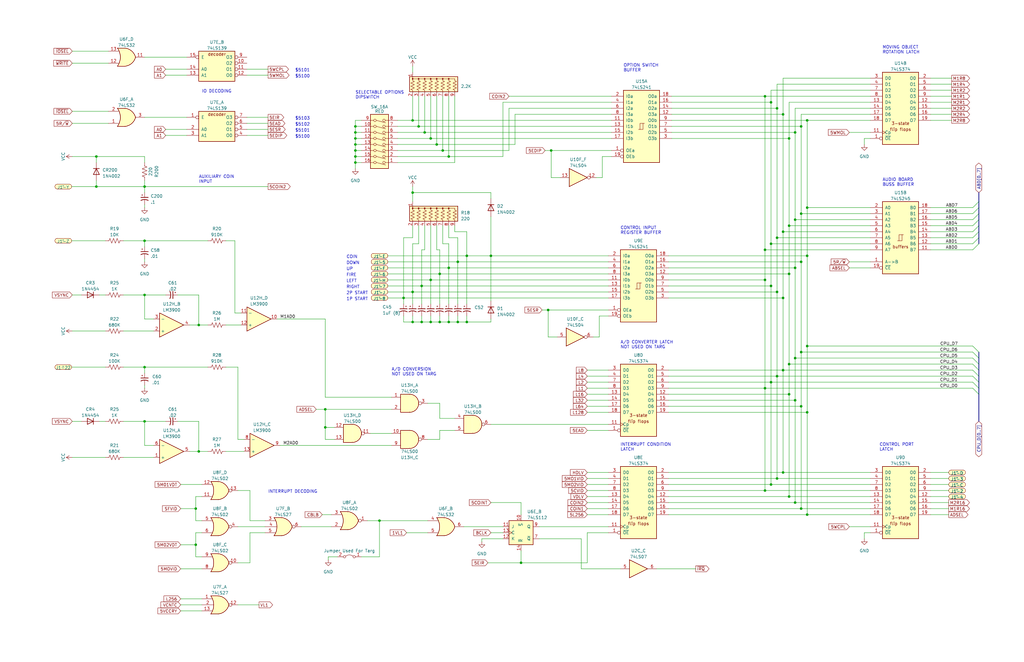
<source format=kicad_sch>
(kicad_sch (version 20231120) (generator "eeschema") (generator_version "8.0")
  (paper "B")
  (title_block (title "Exidy Universal Game Board II") (company "Anton Gale") (comment 1 "6502 GAME LOGIC PCB") (comment 4 "I/O PORTS"))
  (junction (at 60.96 177.8))
  (junction (at 335.28 212.09))
  (junction (at 330.2 48.26))
  (junction (at 322.58 40.64))
  (junction (at 196.85 107.95))
  (junction (at 340.36 107.95))
  (junction (at 330.2 97.79))
  (junction (at 189.23 66.04))
  (junction (at 340.36 173.99))
  (junction (at 179.07 55.88))
  (junction (at 149.86 68.58))
  (junction (at 330.2 125.73))
  (junction (at 325.12 43.18))
  (junction (at 181.61 58.42))
  (junction (at 340.36 50.8))
  (junction (at 232.41 63.5))
  (junction (at 219.71 237.49))
  (junction (at 340.36 217.17))
  (junction (at 60.96 154.94))
  (junction (at 177.8 135.89))
  (junction (at 340.36 146.05))
  (junction (at 60.96 124.46))
  (junction (at 189.23 113.03))
  (junction (at 177.8 120.65))
  (junction (at 332.74 115.57))
  (junction (at 332.74 153.67))
  (junction (at 327.66 123.19))
  (junction (at 330.2 199.39))
  (junction (at 149.86 63.5))
  (junction (at 337.82 148.59))
  (junction (at 60.96 101.6))
  (junction (at 82.55 229.87))
  (junction (at 335.28 55.88))
  (junction (at 186.69 63.5))
  (junction (at 137.16 172.72))
  (junction (at 335.28 168.91))
  (junction (at 40.64 78.74))
  (junction (at 332.74 95.25))
  (junction (at 322.58 118.11))
  (junction (at 327.66 45.72))
  (junction (at 325.12 204.47))
  (junction (at 170.18 125.73))
  (junction (at 176.53 53.34))
  (junction (at 332.74 58.42))
  (junction (at 196.85 135.89))
  (junction (at 173.99 135.89))
  (junction (at 149.86 60.96))
  (junction (at 337.82 90.17))
  (junction (at 82.55 214.63))
  (junction (at 137.16 180.34))
  (junction (at 330.2 156.21))
  (junction (at 83.82 190.5))
  (junction (at 327.66 201.93))
  (junction (at 337.82 171.45))
  (junction (at 173.99 81.28))
  (junction (at 185.42 115.57))
  (junction (at 335.28 151.13))
  (junction (at 335.28 113.03))
  (junction (at 207.01 107.95))
  (junction (at 322.58 207.01))
  (junction (at 335.28 92.71))
  (junction (at 149.86 58.42))
  (junction (at 332.74 166.37))
  (junction (at 332.74 209.55))
  (junction (at 173.99 123.19))
  (junction (at 327.66 158.75))
  (junction (at 322.58 163.83))
  (junction (at 193.04 110.49))
  (junction (at 160.02 219.71))
  (junction (at 322.58 105.41))
  (junction (at 325.12 161.29))
  (junction (at 193.04 135.89))
  (junction (at 149.86 53.34))
  (junction (at 325.12 102.87))
  (junction (at 337.82 53.34))
  (junction (at 337.82 214.63))
  (junction (at 327.66 100.33))
  (junction (at 325.12 120.65))
  (junction (at 337.82 110.49))
  (junction (at 40.64 66.04))
  (junction (at 60.96 78.74))
  (junction (at 231.14 130.81))
  (junction (at 181.61 135.89))
  (junction (at 181.61 118.11))
  (junction (at 184.15 60.96))
  (junction (at 83.82 137.16))
  (junction (at 149.86 55.88))
  (junction (at 173.99 50.8))
  (junction (at 185.42 135.89))
  (junction (at 189.23 135.89))
  (junction (at 340.36 87.63))
  (junction (at 149.86 66.04))
  (bus_entry (at 412.75 95.25) (size -2.54 2.54))
  (bus_entry (at 412.75 100.33) (size -2.54 2.54))
  (bus_entry (at 412.75 151.13) (size -2.54 -2.54))
  (bus_entry (at 412.75 158.75) (size -2.54 -2.54))
  (bus_entry (at 412.75 153.67) (size -2.54 -2.54))
  (bus_entry (at 412.75 87.63) (size -2.54 2.54))
  (bus_entry (at 412.75 85.09) (size -2.54 2.54))
  (bus_entry (at 412.75 92.71) (size -2.54 2.54))
  (bus_entry (at 412.75 97.79) (size -2.54 2.54))
  (bus_entry (at 412.75 90.17) (size -2.54 2.54))
  (bus_entry (at 412.75 102.87) (size -2.54 2.54))
  (bus_entry (at 412.75 163.83) (size -2.54 -2.54))
  (bus_entry (at 412.75 161.29) (size -2.54 -2.54))
  (bus_entry (at 412.75 156.21) (size -2.54 -2.54))
  (bus_entry (at 412.75 148.59) (size -2.54 -2.54))
  (bus_entry (at 412.75 166.37) (size -2.54 -2.54))
  (wire (pts (xy 189.23 102.87) (xy 189.23 113.03)))
  (wire (pts (xy 330.2 33.02) (xy 330.2 48.26)))
  (wire (pts (xy 52.07 177.8) (xy 60.96 177.8)))
  (wire (pts (xy 228.6 130.81) (xy 231.14 130.81)))
  (wire (pts (xy 100.33 237.49) (xy 105.41 237.49)))
  (wire (pts (xy 30.48 66.04) (xy 40.64 66.04)))
  (wire (pts (xy 137.16 180.34) (xy 137.16 172.72)))
  (bus (pts (xy 412.75 177.8) (xy 412.75 166.37)))
  (wire (pts (xy 207.01 134.62) (xy 207.01 135.89)))
  (wire (pts (xy 160.02 219.71) (xy 180.34 219.71)))
  (wire (pts (xy 340.36 146.05) (xy 340.36 173.99)))
  (wire (pts (xy 281.94 209.55) (xy 332.74 209.55)))
  (wire (pts (xy 207.01 107.95) (xy 256.54 107.95)))
  (wire (pts (xy 82.55 219.71) (xy 82.55 214.63)))
  (wire (pts (xy 322.58 207.01) (xy 367.03 207.01)))
  (wire (pts (xy 281.94 166.37) (xy 332.74 166.37)))
  (wire (pts (xy 247.65 158.75) (xy 256.54 158.75)))
  (wire (pts (xy 82.55 229.87) (xy 82.55 234.95)))
  (wire (pts (xy 163.576 125.73) (xy 170.18 125.73)))
  (wire (pts (xy 392.43 48.26) (xy 401.32 48.26)))
  (wire (pts (xy 327.66 45.72) (xy 327.66 100.33)))
  (wire (pts (xy 30.48 46.99) (xy 45.72 46.99)))
  (wire (pts (xy 167.64 50.8) (xy 173.99 50.8)))
  (wire (pts (xy 127 222.25) (xy 139.7 222.25)))
  (wire (pts (xy 52.07 193.04) (xy 64.77 193.04)))
  (wire (pts (xy 400.05 207.01) (xy 392.43 207.01)))
  (wire (pts (xy 337.82 90.17) (xy 337.82 110.49)))
  (wire (pts (xy 325.12 43.18) (xy 325.12 102.87)))
  (wire (pts (xy 173.99 27.94) (xy 173.99 30.48)))
  (wire (pts (xy 332.74 95.25) (xy 367.03 95.25)))
  (wire (pts (xy 189.23 113.03) (xy 189.23 128.27)))
  (wire (pts (xy 322.58 40.64) (xy 322.58 105.41)))
  (wire (pts (xy 179.07 105.41) (xy 177.8 105.41)))
  (bus (pts (xy 412.75 161.29) (xy 412.75 158.75)))
  (wire (pts (xy 109.22 255.27) (xy 100.33 255.27)))
  (bus (pts (xy 412.75 90.17) (xy 412.75 92.71)))
  (wire (pts (xy 364.49 58.42) (xy 364.49 60.96)))
  (wire (pts (xy 250.19 142.24) (xy 252.73 142.24)))
  (wire (pts (xy 177.8 135.89) (xy 181.61 135.89)))
  (wire (pts (xy 219.71 217.17) (xy 219.71 212.09)))
  (wire (pts (xy 149.86 68.58) (xy 152.4 68.58)))
  (wire (pts (xy 83.82 190.5) (xy 83.82 177.8)))
  (wire (pts (xy 330.2 199.39) (xy 367.03 199.39)))
  (wire (pts (xy 181.61 135.89) (xy 185.42 135.89)))
  (wire (pts (xy 60.96 162.56) (xy 60.96 163.83)))
  (wire (pts (xy 196.85 107.95) (xy 207.01 107.95)))
  (bus (pts (xy 412.75 92.71) (xy 412.75 95.25)))
  (wire (pts (xy 335.28 168.91) (xy 335.28 212.09)))
  (wire (pts (xy 104.14 52.07) (xy 113.03 52.07)))
  (wire (pts (xy 185.42 176.53) (xy 185.42 170.18)))
  (wire (pts (xy 138.43 234.95) (xy 138.43 236.22)))
  (wire (pts (xy 247.65 224.79) (xy 256.54 224.79)))
  (wire (pts (xy 185.42 115.57) (xy 256.54 115.57)))
  (wire (pts (xy 252.73 133.35) (xy 256.54 133.35)))
  (wire (pts (xy 283.21 55.88) (xy 335.28 55.88)))
  (wire (pts (xy 281.94 161.29) (xy 325.12 161.29)))
  (wire (pts (xy 281.94 158.75) (xy 327.66 158.75)))
  (wire (pts (xy 337.82 48.26) (xy 367.03 48.26)))
  (wire (pts (xy 83.82 137.16) (xy 83.82 124.46)))
  (wire (pts (xy 60.96 124.46) (xy 69.85 124.46)))
  (wire (pts (xy 60.96 86.36) (xy 60.96 87.63)))
  (wire (pts (xy 149.86 50.8) (xy 149.86 53.34)))
  (wire (pts (xy 193.04 135.89) (xy 196.85 135.89)))
  (wire (pts (xy 82.55 224.79) (xy 82.55 229.87)))
  (wire (pts (xy 177.8 105.41) (xy 177.8 120.65)))
  (wire (pts (xy 137.16 185.42) (xy 137.16 180.34)))
  (wire (pts (xy 116.84 134.62) (xy 137.16 134.62)))
  (wire (pts (xy 281.94 110.49) (xy 337.82 110.49)))
  (wire (pts (xy 189.23 66.04) (xy 212.09 66.04)))
  (wire (pts (xy 186.69 40.64) (xy 186.69 63.5)))
  (wire (pts (xy 69.85 31.75) (xy 78.74 31.75)))
  (wire (pts (xy 30.226 154.94) (xy 44.45 154.94)))
  (wire (pts (xy 251.46 74.93) (xy 254 74.93)))
  (wire (pts (xy 160.02 234.95) (xy 152.4 234.95)))
  (wire (pts (xy 196.85 107.95) (xy 196.85 97.79)))
  (wire (pts (xy 100.33 207.01) (xy 105.41 207.01)))
  (wire (pts (xy 171.45 224.79) (xy 180.34 224.79)))
  (wire (pts (xy 30.48 193.04) (xy 44.45 193.04)))
  (wire (pts (xy 173.99 81.28) (xy 173.99 85.09)))
  (wire (pts (xy 60.96 124.46) (xy 60.96 134.62)))
  (wire (pts (xy 30.48 21.59) (xy 45.72 21.59)))
  (wire (pts (xy 186.69 102.87) (xy 189.23 102.87)))
  (wire (pts (xy 34.29 124.46) (xy 30.48 124.46)))
  (wire (pts (xy 400.05 209.55) (xy 392.43 209.55)))
  (bus (pts (xy 412.75 97.79) (xy 412.75 100.33)))
  (wire (pts (xy 135.89 217.17) (xy 139.7 217.17)))
  (wire (pts (xy 105.41 207.01) (xy 105.41 219.71)))
  (wire (pts (xy 184.15 60.96) (xy 217.17 60.96)))
  (wire (pts (xy 327.66 158.75) (xy 327.66 201.93)))
  (wire (pts (xy 400.05 204.47) (xy 392.43 204.47)))
  (wire (pts (xy 227.33 227.33) (xy 245.11 227.33)))
  (wire (pts (xy 40.64 78.74) (xy 60.96 78.74)))
  (wire (pts (xy 76.2 240.03) (xy 85.09 240.03)))
  (wire (pts (xy 30.226 78.74) (xy 40.64 78.74)))
  (wire (pts (xy 163.576 115.57) (xy 185.42 115.57)))
  (wire (pts (xy 245.11 240.03) (xy 261.62 240.03)))
  (wire (pts (xy 367.03 58.42) (xy 364.49 58.42)))
  (wire (pts (xy 335.28 92.71) (xy 335.28 113.03)))
  (wire (pts (xy 281.94 201.93) (xy 327.66 201.93)))
  (wire (pts (xy 335.28 45.72) (xy 335.28 55.88)))
  (wire (pts (xy 177.8 120.65) (xy 177.8 128.27)))
  (wire (pts (xy 82.55 209.55) (xy 85.09 209.55)))
  (wire (pts (xy 325.12 102.87) (xy 325.12 120.65)))
  (wire (pts (xy 337.82 214.63) (xy 367.03 214.63)))
  (wire (pts (xy 335.28 113.03) (xy 335.28 151.13)))
  (wire (pts (xy 189.23 113.03) (xy 256.54 113.03)))
  (wire (pts (xy 74.93 124.46) (xy 83.82 124.46)))
  (wire (pts (xy 281.94 168.91) (xy 335.28 168.91)))
  (wire (pts (xy 203.2 227.33) (xy 203.2 228.6)))
  (wire (pts (xy 214.63 63.5) (xy 214.63 45.72)))
  (bus (pts (xy 412.75 151.13) (xy 412.75 148.59)))
  (wire (pts (xy 205.74 237.49) (xy 219.71 237.49)))
  (wire (pts (xy 167.64 53.34) (xy 176.53 53.34)))
  (wire (pts (xy 247.65 199.39) (xy 256.54 199.39)))
  (wire (pts (xy 325.12 120.65) (xy 325.12 161.29)))
  (wire (pts (xy 332.74 153.67) (xy 332.74 166.37)))
  (wire (pts (xy 332.74 43.18) (xy 367.03 43.18)))
  (wire (pts (xy 100.33 185.42) (xy 102.87 185.42)))
  (wire (pts (xy 367.03 110.49) (xy 358.14 110.49)))
  (wire (pts (xy 184.15 40.64) (xy 184.15 60.96)))
  (wire (pts (xy 214.63 40.64) (xy 257.81 40.64)))
  (wire (pts (xy 181.61 118.11) (xy 181.61 128.27)))
  (wire (pts (xy 160.02 219.71) (xy 160.02 234.95)))
  (wire (pts (xy 281.94 217.17) (xy 340.36 217.17)))
  (wire (pts (xy 69.85 54.61) (xy 78.74 54.61)))
  (wire (pts (xy 283.21 40.64) (xy 322.58 40.64)))
  (wire (pts (xy 281.94 173.99) (xy 340.36 173.99)))
  (wire (pts (xy 60.96 76.2) (xy 60.96 78.74)))
  (wire (pts (xy 196.85 97.79) (xy 191.77 97.79)))
  (wire (pts (xy 95.25 137.16) (xy 101.6 137.16)))
  (wire (pts (xy 30.48 139.7) (xy 44.45 139.7)))
  (wire (pts (xy 189.23 135.89) (xy 193.04 135.89)))
  (wire (pts (xy 254 74.93) (xy 254 66.04)))
  (wire (pts (xy 247.65 168.91) (xy 256.54 168.91)))
  (wire (pts (xy 104.14 31.75) (xy 113.03 31.75)))
  (wire (pts (xy 177.8 120.65) (xy 256.54 120.65)))
  (wire (pts (xy 154.94 219.71) (xy 160.02 219.71)))
  (bus (pts (xy 412.75 163.83) (xy 412.75 161.29)))
  (wire (pts (xy 60.96 134.62) (xy 64.77 134.62)))
  (wire (pts (xy 137.16 172.72) (xy 165.1 172.72)))
  (wire (pts (xy 283.21 50.8) (xy 340.36 50.8)))
  (wire (pts (xy 60.96 78.74) (xy 60.96 81.28)))
  (wire (pts (xy 173.99 81.28) (xy 207.01 81.28)))
  (wire (pts (xy 181.61 58.42) (xy 257.81 58.42)))
  (wire (pts (xy 184.15 105.41) (xy 185.42 105.41)))
  (wire (pts (xy 330.2 156.21) (xy 330.2 199.39)))
  (wire (pts (xy 184.15 95.25) (xy 184.15 105.41)))
  (wire (pts (xy 281.94 115.57) (xy 332.74 115.57)))
  (wire (pts (xy 189.23 40.64) (xy 189.23 66.04)))
  (wire (pts (xy 207.01 179.07) (xy 256.54 179.07)))
  (wire (pts (xy 176.53 53.34) (xy 257.81 53.34)))
  (wire (pts (xy 152.4 50.8) (xy 149.86 50.8)))
  (wire (pts (xy 281.94 118.11) (xy 322.58 118.11)))
  (wire (pts (xy 149.86 58.42) (xy 149.86 60.96)))
  (wire (pts (xy 85.09 219.71) (xy 82.55 219.71)))
  (wire (pts (xy 392.43 92.71) (xy 410.21 92.71)))
  (wire (pts (xy 163.576 118.11) (xy 181.61 118.11)))
  (wire (pts (xy 281.94 171.45) (xy 337.82 171.45)))
  (wire (pts (xy 392.43 45.72) (xy 401.32 45.72)))
  (wire (pts (xy 189.23 133.35) (xy 189.23 135.89)))
  (wire (pts (xy 335.28 212.09) (xy 367.03 212.09)))
  (wire (pts (xy 219.71 232.41) (xy 219.71 237.49)))
  (bus (pts (xy 412.75 81.28) (xy 412.75 85.09)))
  (wire (pts (xy 332.74 153.67) (xy 410.21 153.67)))
  (wire (pts (xy 247.65 171.45) (xy 256.54 171.45)))
  (wire (pts (xy 322.58 40.64) (xy 367.03 40.64)))
  (wire (pts (xy 337.82 148.59) (xy 337.82 171.45)))
  (wire (pts (xy 392.43 95.25) (xy 410.21 95.25)))
  (wire (pts (xy 392.43 102.87) (xy 410.21 102.87)))
  (wire (pts (xy 340.36 146.05) (xy 410.21 146.05)))
  (wire (pts (xy 217.17 48.26) (xy 257.81 48.26)))
  (wire (pts (xy 325.12 204.47) (xy 367.03 204.47)))
  (wire (pts (xy 76.2 255.27) (xy 85.09 255.27)))
  (wire (pts (xy 392.43 40.64) (xy 401.32 40.64)))
  (wire (pts (xy 156.21 182.88) (xy 165.1 182.88)))
  (wire (pts (xy 330.2 125.73) (xy 330.2 156.21)))
  (wire (pts (xy 76.2 252.73) (xy 85.09 252.73)))
  (wire (pts (xy 330.2 97.79) (xy 367.03 97.79)))
  (wire (pts (xy 337.82 148.59) (xy 410.21 148.59)))
  (wire (pts (xy 83.82 137.16) (xy 87.63 137.16)))
  (wire (pts (xy 149.86 58.42) (xy 152.4 58.42)))
  (wire (pts (xy 189.23 95.25) (xy 189.23 100.33)))
  (wire (pts (xy 104.14 54.61) (xy 113.03 54.61)))
  (wire (pts (xy 60.96 109.22) (xy 60.96 110.49)))
  (wire (pts (xy 247.65 209.55) (xy 256.54 209.55)))
  (wire (pts (xy 173.99 100.33) (xy 170.18 100.33)))
  (wire (pts (xy 212.09 66.04) (xy 212.09 43.18)))
  (wire (pts (xy 118.11 187.96) (xy 165.1 187.96)))
  (wire (pts (xy 196.85 135.89) (xy 207.01 135.89)))
  (wire (pts (xy 173.99 95.25) (xy 173.99 100.33)))
  (wire (pts (xy 60.96 154.94) (xy 87.63 154.94)))
  (wire (pts (xy 330.2 156.21) (xy 410.21 156.21)))
  (wire (pts (xy 281.94 156.21) (xy 330.2 156.21)))
  (wire (pts (xy 185.42 105.41) (xy 185.42 115.57)))
  (wire (pts (xy 163.576 107.95) (xy 196.85 107.95)))
  (wire (pts (xy 337.82 171.45) (xy 337.82 214.63)))
  (wire (pts (xy 392.43 97.79) (xy 410.21 97.79)))
  (wire (pts (xy 60.96 177.8) (xy 60.96 187.96)))
  (wire (pts (xy 173.99 123.19) (xy 173.99 128.27)))
  (wire (pts (xy 340.36 217.17) (xy 367.03 217.17)))
  (wire (pts (xy 392.43 105.41) (xy 410.21 105.41)))
  (wire (pts (xy 60.96 187.96) (xy 64.77 187.96)))
  (wire (pts (xy 100.33 154.94) (xy 95.25 154.94)))
  (wire (pts (xy 247.65 204.47) (xy 256.54 204.47)))
  (wire (pts (xy 340.36 173.99) (xy 340.36 217.17)))
  (wire (pts (xy 52.07 139.7) (xy 64.77 139.7)))
  (wire (pts (xy 104.14 49.53) (xy 113.03 49.53)))
  (wire (pts (xy 149.86 55.88) (xy 152.4 55.88)))
  (wire (pts (xy 167.64 60.96) (xy 184.15 60.96)))
  (wire (pts (xy 322.58 163.83) (xy 322.58 207.01)))
  (wire (pts (xy 392.43 33.02) (xy 401.32 33.02)))
  (wire (pts (xy 245.11 227.33) (xy 245.11 240.03)))
  (wire (pts (xy 165.1 167.64) (xy 137.16 167.64)))
  (wire (pts (xy 281.94 214.63) (xy 337.82 214.63)))
  (wire (pts (xy 340.36 87.63) (xy 367.03 87.63)))
  (wire (pts (xy 340.36 50.8) (xy 367.03 50.8)))
  (wire (pts (xy 60.96 78.74) (xy 113.03 78.74)))
  (wire (pts (xy 335.28 92.71) (xy 367.03 92.71)))
  (wire (pts (xy 207.01 91.44) (xy 207.01 107.95)))
  (wire (pts (xy 337.82 110.49) (xy 337.82 148.59)))
  (wire (pts (xy 231.14 142.24) (xy 234.95 142.24)))
  (wire (pts (xy 173.99 135.89) (xy 177.8 135.89)))
  (wire (pts (xy 247.65 217.17) (xy 256.54 217.17)))
  (wire (pts (xy 189.23 100.33) (xy 193.04 100.33)))
  (wire (pts (xy 179.07 40.64) (xy 179.07 55.88)))
  (wire (pts (xy 80.01 137.16) (xy 83.82 137.16)))
  (wire (pts (xy 340.36 50.8) (xy 340.36 87.63)))
  (wire (pts (xy 196.85 107.95) (xy 196.85 128.27)))
  (wire (pts (xy 247.65 166.37) (xy 256.54 166.37)))
  (wire (pts (xy 149.86 66.04) (xy 152.4 66.04)))
  (wire (pts (xy 133.35 172.72) (xy 137.16 172.72)))
  (wire (pts (xy 52.07 101.6) (xy 60.96 101.6)))
  (wire (pts (xy 163.576 113.03) (xy 189.23 113.03)))
  (wire (pts (xy 281.94 125.73) (xy 330.2 125.73)))
  (wire (pts (xy 149.86 53.34) (xy 152.4 53.34)))
  (wire (pts (xy 170.18 135.89) (xy 173.99 135.89)))
  (wire (pts (xy 163.576 120.65) (xy 177.8 120.65)))
  (wire (pts (xy 140.97 185.42) (xy 137.16 185.42)))
  (wire (pts (xy 325.12 102.87) (xy 367.03 102.87)))
  (wire (pts (xy 173.99 78.74) (xy 173.99 81.28)))
  (wire (pts (xy 247.65 173.99) (xy 256.54 173.99)))
  (wire (pts (xy 252.73 142.24) (xy 252.73 133.35)))
  (wire (pts (xy 247.65 237.49) (xy 247.65 224.79)))
  (wire (pts (xy 149.86 60.96) (xy 152.4 60.96)))
  (wire (pts (xy 327.66 100.33) (xy 367.03 100.33)))
  (wire (pts (xy 367.03 55.88) (xy 358.14 55.88)))
  (wire (pts (xy 163.576 110.49) (xy 193.04 110.49)))
  (wire (pts (xy 335.28 55.88) (xy 335.28 92.71)))
  (wire (pts (xy 364.49 224.79) (xy 364.49 227.33)))
  (bus (pts (xy 412.75 156.21) (xy 412.75 153.67)))
  (wire (pts (xy 392.43 100.33) (xy 410.21 100.33)))
  (wire (pts (xy 185.42 185.42) (xy 185.42 181.61)))
  (wire (pts (xy 227.33 222.25) (xy 256.54 222.25)))
  (wire (pts (xy 173.99 123.19) (xy 256.54 123.19)))
  (wire (pts (xy 327.66 35.56) (xy 367.03 35.56)))
  (wire (pts (xy 60.96 177.8) (xy 69.85 177.8)))
  (wire (pts (xy 163.576 123.19) (xy 173.99 123.19)))
  (wire (pts (xy 392.43 50.8) (xy 401.32 50.8)))
  (wire (pts (xy 167.64 66.04) (xy 189.23 66.04)))
  (wire (pts (xy 41.91 124.46) (xy 44.45 124.46)))
  (wire (pts (xy 392.43 90.17) (xy 410.21 90.17)))
  (wire (pts (xy 283.21 43.18) (xy 325.12 43.18)))
  (wire (pts (xy 60.96 154.94) (xy 60.96 157.48)))
  (bus (pts (xy 412.75 158.75) (xy 412.75 156.21)))
  (wire (pts (xy 170.18 125.73) (xy 170.18 128.27)))
  (wire (pts (xy 177.8 133.35) (xy 177.8 135.89)))
  (wire (pts (xy 180.34 185.42) (xy 185.42 185.42)))
  (wire (pts (xy 142.24 234.95) (xy 138.43 234.95)))
  (wire (pts (xy 191.77 95.25) (xy 191.77 97.79)))
  (wire (pts (xy 281.94 123.19) (xy 327.66 123.19)))
  (wire (pts (xy 167.64 68.58) (xy 191.77 68.58)))
  (wire (pts (xy 283.21 53.34) (xy 337.82 53.34)))
  (wire (pts (xy 392.43 217.17) (xy 400.05 217.17)))
  (wire (pts (xy 167.64 63.5) (xy 186.69 63.5)))
  (wire (pts (xy 82.55 229.87) (xy 76.2 229.87)))
  (wire (pts (xy 332.74 166.37) (xy 332.74 209.55)))
  (wire (pts (xy 181.61 118.11) (xy 256.54 118.11)))
  (wire (pts (xy 99.06 101.6) (xy 95.25 101.6)))
  (wire (pts (xy 337.82 90.17) (xy 367.03 90.17)))
  (wire (pts (xy 193.04 110.49) (xy 193.04 128.27)))
  (wire (pts (xy 283.21 45.72) (xy 327.66 45.72)))
  (wire (pts (xy 40.64 66.04) (xy 40.64 68.58)))
  (wire (pts (xy 181.61 133.35) (xy 181.61 135.89)))
  (wire (pts (xy 100.33 185.42) (xy 100.33 154.94)))
  (wire (pts (xy 322.58 105.41) (xy 367.03 105.41)))
  (wire (pts (xy 212.09 227.33) (xy 203.2 227.33)))
  (wire (pts (xy 337.82 48.26) (xy 337.82 53.34)))
  (wire (pts (xy 181.61 40.64) (xy 181.61 58.42)))
  (wire (pts (xy 327.66 158.75) (xy 410.21 158.75)))
  (wire (pts (xy 196.85 133.35) (xy 196.85 135.89)))
  (wire (pts (xy 214.63 45.72) (xy 257.81 45.72)))
  (wire (pts (xy 80.01 190.5) (xy 83.82 190.5)))
  (wire (pts (xy 76.2 204.47) (xy 85.09 204.47)))
  (wire (pts (xy 247.65 163.83) (xy 256.54 163.83)))
  (wire (pts (xy 105.41 219.71) (xy 111.76 219.71)))
  (wire (pts (xy 276.86 240.03) (xy 293.37 240.03)))
  (wire (pts (xy 330.2 33.02) (xy 367.03 33.02)))
  (wire (pts (xy 52.07 154.94) (xy 60.96 154.94)))
  (wire (pts (xy 229.87 63.5) (xy 232.41 63.5)))
  (wire (pts (xy 332.74 115.57) (xy 332.74 153.67)))
  (wire (pts (xy 82.55 234.95) (xy 85.09 234.95)))
  (wire (pts (xy 330.2 48.26) (xy 330.2 97.79)))
  (wire (pts (xy 30.48 52.07) (xy 45.72 52.07)))
  (wire (pts (xy 185.42 115.57) (xy 185.42 128.27)))
  (wire (pts (xy 281.94 113.03) (xy 335.28 113.03)))
  (wire (pts (xy 137.16 180.34) (xy 140.97 180.34)))
  (bus (pts (xy 412.75 95.25) (xy 412.75 97.79)))
  (wire (pts (xy 82.55 214.63) (xy 82.55 209.55)))
  (wire (pts (xy 247.65 201.93) (xy 256.54 201.93)))
  (bus (pts (xy 412.75 85.09) (xy 412.75 87.63)))
  (wire (pts (xy 283.21 48.26) (xy 330.2 48.26)))
  (bus (pts (xy 412.75 87.63) (xy 412.75 90.17)))
  (wire (pts (xy 30.48 26.67) (xy 45.72 26.67)))
  (wire (pts (xy 193.04 100.33) (xy 193.04 110.49)))
  (bus (pts (xy 412.75 166.37) (xy 412.75 163.83)))
  (wire (pts (xy 332.74 209.55) (xy 367.03 209.55)))
  (wire (pts (xy 34.29 177.8) (xy 30.48 177.8)))
  (wire (pts (xy 247.65 156.21) (xy 256.54 156.21)))
  (wire (pts (xy 247.65 161.29) (xy 256.54 161.29)))
  (wire (pts (xy 60.96 101.6) (xy 60.96 104.14)))
  (wire (pts (xy 256.54 130.81) (xy 231.14 130.81)))
  (wire (pts (xy 367.03 113.03) (xy 358.14 113.03)))
  (wire (pts (xy 247.65 181.61) (xy 256.54 181.61)))
  (wire (pts (xy 170.18 125.73) (xy 256.54 125.73)))
  (bus (pts (xy 412.75 153.67) (xy 412.75 151.13)))
  (wire (pts (xy 104.14 29.21) (xy 113.03 29.21)))
  (wire (pts (xy 281.94 212.09) (xy 335.28 212.09)))
  (wire (pts (xy 149.86 53.34) (xy 149.86 55.88)))
  (wire (pts (xy 207.01 224.79) (xy 212.09 224.79)))
  (wire (pts (xy 179.07 95.25) (xy 179.07 105.41)))
  (wire (pts (xy 400.05 201.93) (xy 392.43 201.93)))
  (wire (pts (xy 193.04 110.49) (xy 256.54 110.49)))
  (wire (pts (xy 325.12 38.1) (xy 325.12 43.18)))
  (wire (pts (xy 322.58 105.41) (xy 322.58 118.11)))
  (wire (pts (xy 335.28 151.13) (xy 410.21 151.13)))
  (bus (pts (xy 412.75 100.33) (xy 412.75 102.87)))
  (wire (pts (xy 185.42 135.89) (xy 189.23 135.89)))
  (wire (pts (xy 105.41 224.79) (xy 111.76 224.79)))
  (wire (pts (xy 392.43 35.56) (xy 401.32 35.56)))
  (wire (pts (xy 60.96 101.6) (xy 87.63 101.6)))
  (wire (pts (xy 337.82 53.34) (xy 337.82 90.17)))
  (wire (pts (xy 152.4 63.5) (xy 149.86 63.5)))
  (wire (pts (xy 327.66 201.93) (xy 367.03 201.93)))
  (wire (pts (xy 232.41 63.5) (xy 232.41 74.93)))
  (wire (pts (xy 185.42 181.61) (xy 191.77 181.61)))
  (wire (pts (xy 207.01 107.95) (xy 207.01 127)))
  (wire (pts (xy 335.28 45.72) (xy 367.03 45.72)))
  (wire (pts (xy 85.09 224.79) (xy 82.55 224.79)))
  (wire (pts (xy 392.43 214.63) (xy 400.05 214.63)))
  (wire (pts (xy 52.07 124.46) (xy 60.96 124.46)))
  (wire (pts (xy 173.99 133.35) (xy 173.99 135.89)))
  (wire (pts (xy 149.86 68.58) (xy 149.86 71.12)))
  (wire (pts (xy 60.96 49.53) (xy 78.74 49.53)))
  (wire (pts (xy 193.04 133.35) (xy 193.04 135.89)))
  (wire (pts (xy 332.74 58.42) (xy 332.74 95.25)))
  (wire (pts (xy 176.53 40.64) (xy 176.53 53.34)))
  (wire (pts (xy 186.69 63.5) (xy 214.63 63.5)))
  (wire (pts (xy 191.77 40.64) (xy 191.77 68.58)))
  (wire (pts (xy 281.94 120.65) (xy 325.12 120.65)))
  (wire (pts (xy 170.18 133.35) (xy 170.18 135.89)))
  (wire (pts (xy 60.96 24.13) (xy 78.74 24.13)))
  (wire (pts (xy 283.21 58.42) (xy 332.74 58.42)))
  (wire (pts (xy 173.99 123.19) (xy 173.99 102.87)))
  (wire (pts (xy 181.61 95.25) (xy 181.61 118.11)))
  (wire (pts (xy 149.86 66.04) (xy 149.86 68.58)))
  (wire (pts (xy 217.17 60.96) (xy 217.17 48.26)))
  (wire (pts (xy 367.03 222.25) (xy 358.14 222.25)))
  (wire (pts (xy 281.94 204.47) (xy 325.12 204.47)))
  (wire (pts (xy 231.14 130.81) (xy 231.14 142.24)))
  (wire (pts (xy 149.86 60.96) (xy 149.86 63.5)))
  (wire (pts (xy 186.69 95.25) (xy 186.69 102.87)))
  (wire (pts (xy 332.74 95.25) (xy 332.74 115.57)))
  (wire (pts (xy 137.16 167.64) (xy 137.16 134.62)))
  (wire (pts (xy 327.66 100.33) (xy 327.66 123.19)))
  (wire (pts (xy 281.94 163.83) (xy 322.58 163.83)))
  (wire (pts (xy 105.41 237.49) (xy 105.41 224.79)))
  (wire (pts (xy 149.86 55.88) (xy 149.86 58.42)))
  (wire (pts (xy 325.12 38.1) (xy 367.03 38.1)))
  (wire (pts (xy 257.81 63.5) (xy 232.41 63.5)))
  (wire (pts (xy 40.64 66.04) (xy 60.96 66.04)))
  (wire (pts (xy 99.06 132.08) (xy 101.6 132.08)))
  (wire (pts (xy 60.96 68.58) (xy 60.96 66.04)))
  (wire (pts (xy 232.41 74.93) (xy 236.22 74.93)))
  (wire (pts (xy 392.43 87.63) (xy 410.21 87.63)))
  (wire (pts (xy 281.94 107.95) (xy 340.36 107.95)))
  (wire (pts (xy 330.2 97.79) (xy 330.2 125.73)))
  (wire (pts (xy 167.64 55.88) (xy 179.07 55.88)))
  (wire (pts (xy 69.85 29.21) (xy 78.74 29.21)))
  (wire (pts (xy 173.99 40.64) (xy 173.99 50.8)))
  (wire (pts (xy 173.99 102.87) (xy 176.53 102.87)))
  (wire (pts (xy 170.18 100.33) (xy 170.18 125.73)))
  (wire (pts (xy 327.66 35.56) (xy 327.66 45.72)))
  (wire (pts (xy 207.01 83.82) (xy 207.01 81.28)))
  (wire (pts (xy 219.71 237.49) (xy 247.65 237.49)))
  (wire (pts (xy 185.42 133.35) (xy 185.42 135.89)))
  (wire (pts (xy 30.226 101.6) (xy 44.45 101.6)))
  (wire (pts (xy 69.85 57.15) (xy 78.74 57.15)))
  (wire (pts (xy 254 66.04) (xy 257.81 66.04)))
  (wire (pts (xy 247.65 212.09) (xy 256.54 212.09)))
  (wire (pts (xy 392.43 212.09) (xy 400.05 212.09)))
  (wire (pts (xy 247.65 214.63) (xy 256.54 214.63)))
  (wire (pts (xy 195.58 222.25) (xy 212.09 222.25)))
  (wire (pts (xy 332.74 43.18) (xy 332.74 58.42)))
  (wire (pts (xy 83.82 190.5) (xy 87.63 190.5)))
  (wire (pts (xy 40.64 76.2) (xy 40.64 78.74)))
  (wire (pts (xy 176.53 95.25) (xy 176.53 102.87)))
  (wire (pts (xy 149.86 63.5) (xy 149.86 66.04)))
  (wire (pts (xy 185.42 176.53) (xy 191.77 176.53)))
  (wire (pts (xy 82.55 214.63) (xy 76.2 214.63)))
  (wire (pts (xy 179.07 55.88) (xy 257.81 55.88)))
  (wire (pts (xy 281.94 207.01) (xy 322.58 207.01)))
  (wire (pts (xy 104.14 57.15) (xy 113.03 57.15)))
  (wire (pts (xy 392.43 38.1) (xy 401.32 38.1)))
  (wire (pts (xy 340.36 87.63) (xy 340.36 107.95)))
  (wire (pts (xy 367.03 224.79) (xy 364.49 224.79)))
  (wire (pts (xy 281.94 199.39) (xy 330.2 199.39)))
  (wire (pts (xy 247.65 207.01) (xy 256.54 207.01)))
  (wire (pts (xy 95.25 190.5) (xy 102.87 190.5)))
  (wire (pts (xy 322.58 163.83) (xy 410.21 163.83)))
  (wire (pts (xy 322.58 118.11) (xy 322.58 163.83)))
  (wire (pts (xy 212.09 43.18) (xy 257.81 43.18)))
  (wire (pts (xy 219.71 212.09) (xy 207.01 212.09)))
  (wire (pts (xy 74.93 177.8) (xy 83.82 177.8)))
  (wire (pts (xy 327.66 123.19) (xy 327.66 158.75)))
  (wire (pts (xy 173.99 50.8) (xy 257.81 50.8)))
  (wire (pts (xy 325.12 161.29) (xy 410.21 161.29)))
  (wire (pts (xy 99.06 132.08) (xy 99.06 101.6)))
  (wire (pts (xy 76.2 257.81) (xy 85.09 257.81)))
  (wire (pts (xy 41.91 177.8) (xy 44.45 177.8)))
  (wire (pts (xy 335.28 151.13) (xy 335.28 168.91)))
  (wire (pts (xy 325.12 161.29) (xy 325.12 204.47)))
  (wire (pts (xy 340.36 107.95) (xy 340.36 146.05)))
  (wire (pts (xy 392.43 43.18) (xy 401.32 43.18)))
  (wire (pts (xy 100.33 222.25) (xy 111.76 222.25)))
  (wire (pts (xy 167.64 58.42) (xy 181.61 58.42)))
  (wire (pts (xy 185.42 170.18) (xy 180.34 170.18)))
  (wire (pts (xy 400.05 199.39) (xy 392.43 199.39)))
  (text "IO DECODING" (at 85.09 39.37 0) (effects (font (size 1.27 1.27)) (justify left bottom)))
  (text "INTERRUPT DECODING" (at 113.03 208.28 0) (effects (font (size 1.27 1.27)) (justify left bottom)))
  (text "RIGHT" (at 146.05 121.92 0) (effects (font (size 1.27 1.27)) (justify left bottom)))
  (text "$5100" (at 124.46 58.42 0) (effects (font (size 1.27 1.27)) (justify left bottom)))
  (text "CONTROL INPUT\nREGISTER BUFFER" (at 261.62 99.06 0) (effects (font (size 1.27 1.27)) (justify left bottom)))
  (text "$5100" (at 124.46 33.02 0) (effects (font (size 1.27 1.27)) (justify left bottom)))
  (text "LEFT" (at 146.05 119.38 0) (effects (font (size 1.27 1.27)) (justify left bottom)))
  (text "CONTROL PORT\nLATCH" (at 370.84 190.5 0) (effects (font (size 1.27 1.27)) (justify left bottom)))
  (text "UP" (at 146.05 114.3 0) (effects (font (size 1.27 1.27)) (justify left bottom)))
  (text "AUDIO BOARD\nBUSS BUFFER" (at 372.11 78.74 0) (effects (font (size 1.27 1.27)) (justify left bottom)))
  (text "$5102" (at 124.46 53.34 0) (effects (font (size 1.27 1.27)) (justify left bottom)))
  (text "INTERRUPT CONDITION\nLATCH" (at 261.62 190.5 0) (effects (font (size 1.27 1.27)) (justify left bottom)))
  (text "MOVING OBJECT\nROTATION LATCH" (at 372.11 22.86 0) (effects (font (size 1.27 1.27)) (justify left bottom)))
  (text "DOWN" (at 146.05 111.76 0) (effects (font (size 1.27 1.27)) (justify left bottom)))
  (text "$5103" (at 124.46 50.8 0) (effects (font (size 1.27 1.27)) (justify left bottom)))
  (text "2P START" (at 146.05 124.46 0) (effects (font (size 1.27 1.27)) (justify left bottom)))
  (text "SELECTABLE OPTIONS\nDIPSWITCH" (at 149.86 41.91 0) (effects (font (size 1.27 1.27)) (justify left bottom)))
  (text "OPTION SWITCH\nBUFFER" (at 262.89 30.48 0) (effects (font (size 1.27 1.27)) (justify left bottom)))
  (text "$5101" (at 124.46 30.48 0) (effects (font (size 1.27 1.27)) (justify left bottom)))
  (text "AUXILIARY COIN\nINPUT" (at 83.82 77.47 0) (effects (font (size 1.27 1.27)) (justify left bottom)))
  (text "$5101" (at 124.46 55.88 0) (effects (font (size 1.27 1.27)) (justify left bottom)))
  (text "FIRE" (at 146.05 116.84 0) (effects (font (size 1.27 1.27)) (justify left bottom)))
  (text "A/D CONVERSION\nNOT USED ON TARG" (at 165.1 158.75 0) (effects (font (size 1.27 1.27)) (justify left bottom)))
  (text "1P START" (at 146.05 127 0) (effects (font (size 1.27 1.27)) (justify left bottom)))
  (text "COIN" (at 146.05 109.22 0) (effects (font (size 1.27 1.27)) (justify left bottom)))
  (text "A/D CONVERTER LATCH\nNOT USED ON TARG" (at 261.62 147.32 0) (effects (font (size 1.27 1.27)) (justify left bottom)))
  (label "ABD0" (at 403.7878 105.41 180))
  (label "CPU_D0" (at 403.86 163.83 180))
  (label "CPU_D5" (at 403.86 151.13 180))
  (label "ABD4" (at 403.7878 95.25 180))
  (label "ABD3" (at 403.7878 97.79 180))
  (label "M1AD0" (at 118.11 134.62 0))
  (label "CPU_D2" (at 403.86 158.75 180))
  (label "CPU_D4" (at 403.86 153.67 180))
  (label "ABD5" (at 403.7878 92.71 180))
  (label "CPU_D7" (at 403.9322 146.05 180))
  (label "M2AD0" (at 119.38 187.96 0))
  (label "ABD6" (at 403.7878 90.17 180))
  (label "ABD2" (at 403.7878 100.33 180))
  (label "CPU_D3" (at 403.86 156.21 180))
  (label "CPU_D1" (at 403.86 161.29 180))
  (label "CPU_D6" (at 403.86 148.59 180))
  (label "ABD7" (at 403.86 87.63 180))
  (label "ABD1" (at 403.7878 102.87 180))
  (global_label "5R{slash}~{W}" (shape input) (at 358.14 110.49 180) (property "Intersheetrefs" "${INTERSHEET_REFS}" (effects (hide yes))))
  (global_label "~{IRQ}" (shape output) (at 293.37 240.03 0) (property "Intersheetrefs" "${INTERSHEET_REFS}" (effects (hide yes))))
  (global_label "5L256" (shape input) (at 247.65 217.17 180) (property "Intersheetrefs" "${INTERSHEET_REFS}" (effects (hide yes))))
  (global_label "HDLV" (shape input) (at 247.65 199.39 180) (property "Intersheetrefs" "${INTERSHEET_REFS}" (effects (hide yes))))
  (global_label "5WMOL" (shape output) (at 113.03 31.75 0) (property "Intersheetrefs" "${INTERSHEET_REFS}" (effects (hide yes))))
  (global_label "M2R4" (shape output) (at 401.32 48.26 0) (property "Intersheetrefs" "${INTERSHEET_REFS}" (effects (hide yes))))
  (global_label "SFVID" (shape input) (at 76.2 214.63 180) (property "Intersheetrefs" "${INTERSHEET_REFS}" (effects (hide yes))))
  (global_label "L4" (shape input) (at 247.65 158.75 180) (property "Intersheetrefs" "${INTERSHEET_REFS}" (effects (hide yes))))
  (global_label "VSYNC" (shape input) (at 30.48 124.46 180) (property "Intersheetrefs" "${INTERSHEET_REFS}" (effects (hide yes))))
  (global_label "M2R16" (shape output) (at 400.05 212.09 0) (property "Intersheetrefs" "${INTERSHEET_REFS}" (effects (hide yes))))
  (global_label "M2R8" (shape output) (at 401.32 50.8 0) (property "Intersheetrefs" "${INTERSHEET_REFS}" (effects (hide yes))))
  (global_label "A0" (shape input) (at 69.85 54.61 180) (property "Intersheetrefs" "${INTERSHEET_REFS}" (effects (hide yes))))
  (global_label "5VCCRY" (shape input) (at 76.2 257.81 180) (property "Intersheetrefs" "${INTERSHEET_REFS}" (effects (hide yes))))
  (global_label "A0" (shape input) (at 69.85 29.21 180) (property "Intersheetrefs" "${INTERSHEET_REFS}" (effects (hide yes))))
  (global_label "COIN2" (shape input) (at 247.65 212.09 180) (property "Intersheetrefs" "${INTERSHEET_REFS}" (effects (hide yes))))
  (global_label "5WMOL" (shape input) (at 358.14 55.88 180) (property "Intersheetrefs" "${INTERSHEET_REFS}" (effects (hide yes))))
  (global_label "COIN2" (shape input) (at 214.63 40.64 180) (property "Intersheetrefs" "${INTERSHEET_REFS}" (effects (hide yes))))
  (global_label "5R{slash}~{W}" (shape input) (at 30.48 52.07 180) (property "Intersheetrefs" "${INTERSHEET_REFS}" (effects (hide yes))))
  (global_label "ADSEL" (shape input) (at 133.35 172.72 180) (property "Intersheetrefs" "${INTERSHEET_REFS}" (effects (hide yes))))
  (global_label "~{IOSEL}" (shape input) (at 30.48 21.59 180) (property "Intersheetrefs" "${INTERSHEET_REFS}" (effects (hide yes))))
  (global_label "VDLV" (shape input) (at 247.65 209.55 180) (property "Intersheetrefs" "${INTERSHEET_REFS}" (effects (hide yes))))
  (global_label "M1R16" (shape output) (at 400.05 214.63 0) (property "Intersheetrefs" "${INTERSHEET_REFS}" (effects (hide yes))))
  (global_label "BCLK" (shape input) (at 207.01 224.79 180) (property "Intersheetrefs" "${INTERSHEET_REFS}" (effects (hide yes))))
  (global_label "M1R8" (shape output) (at 401.32 33.02 0) (property "Intersheetrefs" "${INTERSHEET_REFS}" (effects (hide yes))))
  (global_label "5MO2VID" (shape input) (at 247.65 204.47 180) (property "Intersheetrefs" "${INTERSHEET_REFS}" (effects (hide yes))))
  (global_label "M1R1" (shape output) (at 401.32 40.64 0) (property "Intersheetrefs" "${INTERSHEET_REFS}" (effects (hide yes))))
  (global_label "1VL1" (shape input) (at 171.45 224.79 180) (property "Intersheetrefs" "${INTERSHEET_REFS}" (effects (hide yes))))
  (global_label "L2" (shape input) (at 247.65 161.29 180) (property "Intersheetrefs" "${INTERSHEET_REFS}" (effects (hide yes))))
  (global_label "M1R2" (shape output) (at 401.32 38.1 0) (property "Intersheetrefs" "${INTERSHEET_REFS}" (effects (hide yes))))
  (global_label "5EIR" (shape output) (at 113.03 49.53 0) (property "Intersheetrefs" "${INTERSHEET_REFS}" (effects (hide yes))))
  (global_label "5MO1VID" (shape input) (at 247.65 201.93 180) (property "Intersheetrefs" "${INTERSHEET_REFS}" (effects (hide yes))))
  (global_label "~{WRITE}" (shape input) (at 30.48 26.67 180) (property "Intersheetrefs" "${INTERSHEET_REFS}" (effects (hide yes))))
  (global_label "COIN1" (shape input) (at 247.65 214.63 180) (property "Intersheetrefs" "${INTERSHEET_REFS}" (effects (hide yes))))
  (global_label "M2R2" (shape output) (at 401.32 45.72 0) (property "Intersheetrefs" "${INTERSHEET_REFS}" (effects (hide yes))))
  (global_label "5EIR" (shape input) (at 205.74 237.49 180) (property "Intersheetrefs" "${INTERSHEET_REFS}" (effects (hide yes))))
  (global_label "VSYNC" (shape input) (at 30.48 177.8 180) (property "Intersheetrefs" "${INTERSHEET_REFS}" (effects (hide yes))))
  (global_label "L256" (shape input) (at 76.2 252.73 180) (property "Intersheetrefs" "${INTERSHEET_REFS}" (effects (hide yes))))
  (global_label "A1" (shape input) (at 69.85 31.75 180) (property "Intersheetrefs" "${INTERSHEET_REFS}" (effects (hide yes))))
  (global_label "L1" (shape input) (at 247.65 163.83 180) (property "Intersheetrefs" "${INTERSHEET_REFS}" (effects (hide yes))))
  (global_label "M1R4" (shape output) (at 401.32 35.56 0) (property "Intersheetrefs" "${INTERSHEET_REFS}" (effects (hide yes))))
  (global_label "5EAD" (shape input) (at 247.65 181.61 180) (property "Intersheetrefs" "${INTERSHEET_REFS}" (effects (hide yes))))
  (global_label "CPU_D[0..7]" (shape bidirectional) (at 412.75 177.8 270) (property "Intersheetrefs" "${INTERSHEET_REFS}" (effects (hide yes))))
  (global_label "L64" (shape input) (at 247.65 171.45 180) (property "Intersheetrefs" "${INTERSHEET_REFS}" (effects (hide yes))))
  (global_label "5M01VDT" (shape input) (at 76.2 204.47 180) (property "Intersheetrefs" "${INTERSHEET_REFS}" (effects (hide yes))))
  (global_label "L128" (shape input) (at 247.65 173.99 180) (property "Intersheetrefs" "${INTERSHEET_REFS}" (effects (hide yes))))
  (global_label "VCNTC" (shape input) (at 76.2 255.27 180) (property "Intersheetrefs" "${INTERSHEET_REFS}" (effects (hide yes))))
  (global_label "5WCPL" (shape output) (at 113.03 29.21 0) (property "Intersheetrefs" "${INTERSHEET_REFS}" (effects (hide yes))))
  (global_label "VL1" (shape output) (at 109.22 255.27 0) (property "Intersheetrefs" "${INTERSHEET_REFS}" (effects (hide yes))))
  (global_label "5COINT" (shape input) (at 207.01 212.09 180) (property "Intersheetrefs" "${INTERSHEET_REFS}" (effects (hide yes))))
  (global_label "5ESR" (shape input) (at 228.6 130.81 180) (property "Intersheetrefs" "${INTERSHEET_REFS}" (effects (hide yes))))
  (global_label "ABD[0..7]" (shape bidirectional) (at 412.75 81.28 90) (property "Intersheetrefs" "${INTERSHEET_REFS}" (effects (hide yes))))
  (global_label "L8" (shape input) (at 247.65 156.21 180) (property "Intersheetrefs" "${INTERSHEET_REFS}" (effects (hide yes))))
  (global_label "ABSEL" (shape input) (at 358.14 113.03 180) (property "Intersheetrefs" "${INTERSHEET_REFS}" (effects (hide yes))))
  (global_label "ADSEL" (shape output) (at 400.05 217.17 0) (property "Intersheetrefs" "${INTERSHEET_REFS}" (effects (hide yes))))
  (global_label "5ESR" (shape output) (at 113.03 54.61 0) (property "Intersheetrefs" "${INTERSHEET_REFS}" (effects (hide yes))))
  (global_label "5WCPL" (shape input) (at 358.14 222.25 180) (property "Intersheetrefs" "${INTERSHEET_REFS}" (effects (hide yes))))
  (global_label "5EDIP" (shape output) (at 113.03 57.15 0) (property "Intersheetrefs" "${INTERSHEET_REFS}" (effects (hide yes))))
  (global_label "5MOVID" (shape input) (at 76.2 240.03 180) (property "Intersheetrefs" "${INTERSHEET_REFS}" (effects (hide yes))))
  (global_label "~{IOSEL}" (shape input) (at 30.48 46.99 180) (property "Intersheetrefs" "${INTERSHEET_REFS}" (effects (hide yes))))
  (global_label "5COIN2" (shape output) (at 113.03 78.74 0) (property "Intersheetrefs" "${INTERSHEET_REFS}" (effects (hide yes))))
  (global_label "L32" (shape input) (at 247.65 168.91 180) (property "Intersheetrefs" "${INTERSHEET_REFS}" (effects (hide yes))))
  (global_label "5M02VDT" (shape input) (at 76.2 229.87 180) (property "Intersheetrefs" "${INTERSHEET_REFS}" (effects (hide yes))))
  (global_label "L16" (shape input) (at 247.65 166.37 180) (property "Intersheetrefs" "${INTERSHEET_REFS}" (effects (hide yes))))
  (global_label "5CVID" (shape input) (at 247.65 207.01 180) (property "Intersheetrefs" "${INTERSHEET_REFS}" (effects (hide yes))))
  (global_label "5EDIP" (shape input) (at 229.87 63.5 180) (property "Intersheetrefs" "${INTERSHEET_REFS}" (effects (hide yes))))
  (global_label "A1" (shape input) (at 69.85 57.15 180) (property "Intersheetrefs" "${INTERSHEET_REFS}" (effects (hide yes))))
  (global_label "M2R1" (shape output) (at 401.32 43.18 0) (property "Intersheetrefs" "${INTERSHEET_REFS}" (effects (hide yes))))
  (global_label "5EAD" (shape output) (at 113.03 52.07 0) (property "Intersheetrefs" "${INTERSHEET_REFS}" (effects (hide yes))))
  (global_label "CBLB" (shape input) (at 135.89 217.17 180) (property "Intersheetrefs" "${INTERSHEET_REFS}" (effects (hide yes))))
  (symbol (lib_id "arcade:PAD_1") (at 403.606 199.39 0) (mirror y) (unit 1)
    (property "Reference" "J1-D" (at 403.606 199.644 0))
    (property "Value" "~" (at 403.606 199.009 0))
  )
  (symbol (lib_id "arcade:LM3900") (at 72.39 137.16 0) (mirror x) (unit 2)
    (property "Reference" "U12H_" (at 72.39 128.27 0))
    (property "Value" "LM3900" (at 72.39 130.81 0))
  )
  (symbol (lib_id "Device:R_US") (at 48.26 139.7 90) (unit 1)
    (property "Reference" "R22" (at 48.26 134.62 90))
    (property "Value" "680K" (at 48.26 137.16 90))
  )
  (symbol (lib_id "Device:R_US") (at 91.44 137.16 90) (unit 1)
    (property "Reference" "R26" (at 91.44 132.08 90))
    (property "Value" "1M" (at 91.44 134.62 90))
  )
  (symbol (lib_id "jt74:74LS27") (at 119.38 222.25 0) (unit 2)
    (property "Reference" "U7F_" (at 119.38 214.63 0))
    (property "Value" "74LS27" (at 119.38 217.17 0))
    (property "Datasheet" "http://www.ti.com/lit/gpn/sn74LS27" (effects (hide yes)))
  )
  (symbol (lib_id "Device:R_US") (at 48.26 177.8 90) (unit 1)
    (property "Reference" "R25" (at 48.26 172.72 90))
    (property "Value" "1K" (at 48.26 175.26 90))
  )
  (symbol (lib_id "Device:C_Polarized_Small_US") (at 185.42 130.81 0) (unit 1)
    (property "Reference" "C?" (effects (hide yes)))
    (property "Value" ".01" (effects (hide yes)))
  )
  (symbol (lib_id "Device:C_Polarized_Small_US") (at 196.85 130.81 0) (unit 1)
    (property "Reference" "C52" (at 200.0577 129.7432 0) (effects (justify left)))
    (property "Value" ".01" (effects (hide yes)))
  )
  (symbol (lib_id "Jumper:Jumper_2_Bridged") (at 147.32 234.95 0) (mirror y) (unit 1)
    (property "Reference" "JP?" (effects (hide yes)))
    (property "Value" "Jumper Used For Targ" (at 147.32 232.41 0))
  )
  (symbol (lib_id "jt74:74LS00") (at 172.72 170.18 0) (unit 1)
    (property "Reference" "U13H_" (at 172.7117 162.56 0))
    (property "Value" "74LS00" (at 172.7117 165.1 0))
    (property "Datasheet" "http://www.ti.com/lit/gpn/sn74ls00" (effects (hide yes)))
  )
  (symbol (lib_id "Device:C_Polarized_Small_US") (at 193.04 130.81 0) (unit 1)
    (property "Reference" "C?" (effects (hide yes)))
    (property "Value" ".01" (effects (hide yes)))
  )
  (symbol (lib_id "Device:R_US") (at 48.26 154.94 90) (unit 1)
    (property "Reference" "R24" (at 48.26 149.86 90))
    (property "Value" "100K" (at 48.26 152.4 90))
  )
  (symbol (lib_id "power:GND") (at 364.49 227.33 0) (mirror y) (unit 1)
    (property "Reference" "#PWR074" (effects (hide yes)))
    (property "Value" "GND" (at 364.49 232.41 0))
  )
  (symbol (lib_id "arcade:LM3900") (at 72.39 190.5 0) (mirror x) (unit 1)
    (property "Reference" "U12H_" (at 72.39 181.61 0))
    (property "Value" "LM3900" (at 72.39 184.15 0))
  )
  (symbol (lib_id "jt74:74LS32") (at 53.34 24.13 0) (mirror x) (unit 4)
    (property "Reference" "U6F_" (at 53.34 16.51 0))
    (property "Value" "74LS32" (at 53.34 19.05 0))
    (property "Datasheet" "http://www.ti.com/lit/gpn/sn74LS32" (effects (hide yes)))
  )
  (symbol (lib_id "jt74:74LS139") (at 91.44 29.21 0) (mirror x) (unit 2)
    (property "Reference" "U7E_" (at 91.44 17.78 0))
    (property "Value" "74LS139" (at 91.44 20.32 0))
    (property "Datasheet" "http://www.ti.com/lit/gpn/sn74LS139" (effects (hide yes)))
  )
  (symbol (lib_id "Device:C_Polarized_Small_US") (at 60.96 160.02 0) (unit 1)
    (property "Reference" "C60" (at 64.1677 158.9532 0) (effects (justify left)))
    (property "Value" ".01" (at 64.1677 161.4932 0) (effects (justify left)))
  )
  (symbol (lib_id "arcade:PAD_1") (at 160.02 120.65 0) (unit 1)
    (property "Reference" "J1-7" (at 160.02 120.904 0))
    (property "Value" "~" (at 160.02 120.269 0))
  )
  (symbol (lib_id "arcade:PAD_1") (at 403.606 209.55 0) (mirror y) (unit 1)
    (property "Reference" "J1-4" (at 403.606 209.804 0))
    (property "Value" "~" (at 403.606 209.169 0))
  )
  (symbol (lib_id "power:GND") (at 60.96 110.49 0) (mirror y) (unit 1)
    (property "Reference" "#PWR071" (effects (hide yes)))
    (property "Value" "GND" (at 60.96 115.57 0))
  )
  (symbol (lib_id "jt74:74LS245") (at 379.73 100.33 0) (unit 1)
    (property "Reference" "U15B" (at 379.73 81.28 0))
    (property "Value" "74LS245" (at 379.73 83.82 0))
    (property "Datasheet" "http://www.ti.com/lit/gpn/sn74LS245" (effects (hide yes)))
  )
  (symbol (lib_id "power:GND") (at 60.96 163.83 0) (mirror y) (unit 1)
    (property "Reference" "#PWR069" (effects (hide yes)))
    (property "Value" "GND" (at 60.96 168.91 0))
  )
  (symbol (lib_id "power:GND") (at 138.43 236.22 0) (mirror y) (unit 1)
    (property "Reference" "#PWR067" (effects (hide yes)))
    (property "Value" "GND" (at 138.43 241.3 0))
  )
  (symbol (lib_id "Device:C_Polarized_Small_US") (at 72.39 177.8 270) (unit 1)
    (property "Reference" "C61" (at 72.8218 172.72 90))
    (property "Value" ".02" (at 72.8218 175.26 90))
  )
  (symbol (lib_id "power:GND") (at 60.96 87.63 0) (mirror y) (unit 1)
    (property "Reference" "#PWR075" (effects (hide yes)))
    (property "Value" "GND" (at 60.96 92.71 0))
  )
  (symbol (lib_id "arcade:LM3900") (at 110.49 187.96 0) (mirror x) (unit 3)
    (property "Reference" "U12H_" (at 110.49 179.07 0))
    (property "Value" "LM3900" (at 110.49 181.61 0))
  )
  (symbol (lib_id "Device:R_US") (at 91.44 154.94 90) (unit 1)
    (property "Reference" "R28" (at 91.44 149.86 90))
    (property "Value" "910K" (at 91.44 152.4 90))
  )
  (symbol (lib_id "arcade:PAD_1") (at 160.02 125.73 0) (unit 1)
    (property "Reference" "J1-8" (at 160.02 125.984 0))
    (property "Value" "~" (at 160.02 125.349 0))
  )
  (symbol (lib_id "Device:C_Polarized_Small_US") (at 72.39 124.46 270) (unit 1)
    (property "Reference" "C61" (at 72.8218 119.38 90))
    (property "Value" ".02" (at 72.8218 121.92 90))
  )
  (symbol (lib_id "Device:R_US") (at 60.96 72.39 0) (unit 1)
    (property "Reference" "R200" (at 66.04 72.39 90))
    (property "Value" "220" (at 63.5 72.39 90))
  )
  (symbol (lib_id "jt74:74LS374") (at 379.73 212.09 0) (unit 1)
    (property "Reference" "U9D" (at 379.73 193.04 0))
    (property "Value" "74LS374" (at 379.73 195.58 0))
    (property "Datasheet" "http://www.ti.com/lit/gpn/sn74LS374" (effects (hide yes)))
  )
  (symbol (lib_id "Device:R_US") (at 48.26 101.6 90) (unit 1)
    (property "Reference" "R19" (at 48.26 96.52 90))
    (property "Value" "10K" (at 48.26 99.06 90))
  )
  (symbol (lib_name "SW_DIPS_08_1") (lib_id "Mod_KC_Symbols:SW_DIPS_08") (at 156.21 71.12 0) (mirror x) (unit 1)
    (property "Reference" "SW_16A" (at 160.02 45.085 0))
    (property "Value" "RED" (at 160.02 46.99 0))
  )
  (symbol (lib_id "arcade:PAD_1") (at 403.606 201.93 0) (mirror y) (unit 1)
    (property "Reference" "J1-3" (at 403.606 202.184 0))
    (property "Value" "~" (at 403.606 201.549 0))
  )
  (symbol (lib_id "power:VCC") (at 30.48 139.7 90) (unit 1)
    (property "Reference" "#PWR070" (effects (hide yes)))
    (property "Value" "VCC" (at 26.67 139.7 0))
  )
  (symbol (lib_id "jt74:74LS04") (at 243.84 74.93 0) (unit 6)
    (property "Reference" "U10F_" (at 243.84 67.31 0))
    (property "Value" "74LS04" (at 243.84 69.85 0))
    (property "Datasheet" "http://www.ti.com/lit/gpn/sn74LS04" (effects (hide yes)))
  )
  (symbol (lib_id "jt74:74LS00") (at 148.59 182.88 0) (unit 4)
    (property "Reference" "U13H_" (at 148.5817 175.26 0))
    (property "Value" "74LS00" (at 148.5817 177.8 0))
    (property "Datasheet" "http://www.ti.com/lit/gpn/sn74ls00" (effects (hide yes)))
  )
  (symbol (lib_id "jt74:74LS02") (at 92.71 207.01 0) (mirror x) (unit 4)
    (property "Reference" "U8F_" (at 92.71 199.39 0))
    (property "Value" "74LS02" (at 92.71 201.93 0))
    (property "Datasheet" "http://www.ti.com/lit/gpn/sn74ls02" (effects (hide yes)))
  )
  (symbol (lib_id "Device:C_Polarized_Small_US") (at 60.96 106.68 0) (unit 1)
    (property "Reference" "C58" (at 63.5 105.6132 0) (effects (justify left)))
    (property "Value" ".01" (at 63.5 108.1532 0) (effects (justify left)))
  )
  (symbol (lib_id "arcade:PAD_1") (at 160.02 113.03 0) (unit 1)
    (property "Reference" "J1-F" (at 160.02 113.284 0))
    (property "Value" "~" (at 160.02 112.649 0))
  )
  (symbol (lib_id "Device:C_Polarized_Small_US") (at 60.96 83.82 0) (unit 1)
    (property "Reference" "C200" (at 63.5 82.7532 0) (effects (justify left)))
    (property "Value" ".1" (at 63.5 85.2932 0) (effects (justify left)))
  )
  (symbol (lib_id "power:VCC") (at 30.48 193.04 90) (unit 1)
    (property "Reference" "#PWR068" (effects (hide yes)))
    (property "Value" "VCC" (at 26.67 193.04 0))
  )
  (symbol (lib_id "74xx:74LS07") (at 269.24 240.03 0) (unit 3)
    (property "Reference" "U2C_" (at 269.24 232.41 0))
    (property "Value" "74LS07" (at 269.24 234.95 0))
    (property "Datasheet" "www.ti.com/lit/ds/symlink/sn74ls07.pdf" (effects (hide yes)))
  )
  (symbol (lib_id "arcade:PAD_1") (at 160.02 118.11 0) (unit 1)
    (property "Reference" "J1-H" (at 160.02 118.364 0))
    (property "Value" "~" (at 160.02 117.729 0))
  )
  (symbol (lib_id "arcade:PAD_1") (at 26.67 154.94 0) (unit 1)
    (property "Reference" "J1-22" (at 26.67 155.194 0))
    (property "Value" "~" (at 26.67 154.559 0))
  )
  (symbol (lib_id "arcade:LM3900") (at 109.22 134.62 0) (mirror x) (unit 4)
    (property "Reference" "U12H_" (at 109.22 125.73 0))
    (property "Value" "LM3900" (at 109.22 128.27 0))
  )
  (symbol (lib_id "jt74:74LS241") (at 270.51 53.34 0) (unit 1)
    (property "Reference" "U15A" (at 270.51 34.29 0))
    (property "Value" "74LS241" (at 270.51 36.83 0))
    (property "Datasheet" "http://www.ti.com/lit/gpn/sn74LS241" (effects (hide yes)))
  )
  (symbol (lib_id "jt74:74LS374") (at 379.73 45.72 0) (unit 1)
    (property "Reference" "U14B" (at 379.73 26.67 0))
    (property "Value" "74LS374" (at 379.73 29.21 0))
    (property "Datasheet" "http://www.ti.com/lit/gpn/sn74LS374" (effects (hide yes)))
  )
  (symbol (lib_id "jt74:74LS02") (at 92.71 237.49 0) (mirror x) (unit 3)
    (property "Reference" "U8F_" (at 92.71 229.87 0))
    (property "Value" "74LS02" (at 92.71 232.41 0))
    (property "Datasheet" "http://www.ti.com/lit/gpn/sn74ls02" (effects (hide yes)))
  )
  (symbol (lib_id "Device:R_Network08_US") (at 184.15 35.56 0) (unit 1)
    (property "Reference" "RN?" (effects (hide yes)))
    (property "Value" "2.2K" (at 194.31 36.449 0) (effects (justify left)))
    (property "Footprint" "Resistor_THT:R_Array_SIP9" (effects (hide yes)))
    (property "Datasheet" "http://www.vishay.com/docs/31509/csc.pdf" (effects (hide yes)))
  )
  (symbol (lib_id "Device:C_Polarized_Small_US") (at 170.18 130.81 0) (mirror y) (unit 1)
    (property "Reference" "C45" (at 161.29 129.54 0) (effects (justify right)))
    (property "Value" "1uF (8)" (at 161.29 132.08 0) (effects (justify right)))
  )
  (symbol (lib_id "power:VCC") (at 30.48 66.04 90) (unit 1)
    (property "Reference" "#PWR076" (effects (hide yes)))
    (property "Value" "VCC" (at 26.67 66.04 0))
  )
  (symbol (lib_id "jt74:74LS00") (at 199.39 179.07 0) (unit 2)
    (property "Reference" "U13H_" (at 199.3817 171.45 0))
    (property "Value" "74LS00" (at 199.3817 173.99 0))
    (property "Datasheet" "http://www.ti.com/lit/gpn/sn74ls00" (effects (hide yes)))
  )
  (symbol (lib_id "Diode:1N4448") (at 38.1 177.8 0) (mirror y) (unit 1)
    (property "Reference" "CR4" (at 38.1 172.72 0))
    (property "Value" "1N4454" (at 38.1 175.26 0))
    (property "Footprint" "Diode_THT:D_DO-35_SOD27_P7.62mm_Horizontal" (effects (hide yes)))
    (property "Datasheet" "https://assets.nexperia.com/documents/data-sheet/1N4148_1N4448.pdf" (effects (hide yes)))
    (property "Sim.Device" "D" (effects (hide yes)))
    (property "Sim.Pins" "1=K 2=A" (effects (hide yes)))
  )
  (symbol (lib_id "arcade:PAD_1") (at 26.67 101.6 0) (unit 1)
    (property "Reference" "J1-Z" (at 26.67 101.854 0))
    (property "Value" "~" (at 26.67 101.219 0))
  )
  (symbol (lib_id "Device:C_Polarized_Small_US") (at 181.61 130.81 0) (unit 1)
    (property "Reference" "C?" (effects (hide yes)))
    (property "Value" ".01" (effects (hide yes)))
  )
  (symbol (lib_id "jt74:74LS139") (at 91.44 54.61 0) (mirror x) (unit 1)
    (property "Reference" "U7E_" (at 91.44 43.18 0))
    (property "Value" "74LS139" (at 91.44 45.72 0))
    (property "Datasheet" "http://www.ti.com/lit/gpn/sn74LS139" (effects (hide yes)))
  )
  (symbol (lib_id "Diode:1N4002") (at 40.64 72.39 270) (unit 1)
    (property "Reference" "CR200" (at 43.18 71.755 90) (effects (justify left)))
    (property "Value" "1N4002" (at 43.18 74.295 90) (effects (justify left)))
    (property "Footprint" "Diode_THT:D_DO-41_SOD81_P10.16mm_Horizontal" (effects (hide yes)))
    (property "Datasheet" "http://www.vishay.com/docs/88503/1n4001.pdf" (effects (hide yes)))
    (property "Sim.Device" "D" (effects (hide yes)))
    (property "Sim.Pins" "1=K 2=A" (effects (hide yes)))
  )
  (symbol (lib_id "arcade:PAD_1") (at 160.02 123.19 0) (unit 1)
    (property "Reference" "J1-J" (at 160.02 123.444 0))
    (property "Value" "~" (at 160.02 122.809 0))
  )
  (symbol (lib_id "power:GND") (at 203.2 228.6 0) (unit 1)
    (property "Reference" "#PWR066" (effects (hide yes)))
    (property "Value" "GND" (at 203.2 233.68 0))
  )
  (symbol (lib_id "jt74:74LS32") (at 53.34 49.53 0) (mirror x) (unit 1)
    (property "Reference" "U6F_" (at 53.34 41.91 0))
    (property "Value" "74LS32" (at 53.34 44.45 0))
    (property "Datasheet" "http://www.ti.com/lit/gpn/sn74LS32" (effects (hide yes)))
  )
  (symbol (lib_id "jt74:74LS374") (at 269.24 212.09 0) (unit 1)
    (property "Reference" "U8E" (at 269.24 193.04 0))
    (property "Value" "74LS374" (at 269.24 195.58 0))
    (property "Datasheet" "http://www.ti.com/lit/gpn/sn74LS374" (effects (hide yes)))
  )
  (symbol (lib_id "jt74:74LS27") (at 92.71 255.27 0) (unit 1)
    (property "Reference" "U7F_" (at 92.71 247.65 0))
    (property "Value" "74LS27" (at 92.71 250.19 0))
    (property "Datasheet" "http://www.ti.com/lit/gpn/sn74LS27" (effects (hide yes)))
  )
  (symbol (lib_id "arcade:PAD_1") (at 160.02 107.95 0) (unit 1)
    (property "Reference" "J1-E" (at 160.02 108.204 0))
    (property "Value" "~" (at 160.02 107.569 0))
  )
  (symbol (lib_id "Device:C_Polarized_Small_US") (at 189.23 130.81 0) (unit 1)
    (property "Reference" "C?" (effects (hide yes)))
    (property "Value" ".01" (effects (hide yes)))
  )
  (symbol (lib_id "Diode:1N4002") (at 207.01 130.81 270) (unit 1)
    (property "Reference" "D1" (at 209.55 130.175 90) (effects (justify left)))
    (property "Value" "1N4002" (at 209.55 132.715 90) (effects (justify left)))
    (property "Footprint" "Diode_THT:D_DO-41_SOD81_P10.16mm_Horizontal" (effects (hide yes)))
    (property "Datasheet" "http://www.vishay.com/docs/88503/1n4001.pdf" (effects (hide yes)))
    (property "Sim.Device" "D" (effects (hide yes)))
    (property "Sim.Pins" "1=K 2=A" (effects (hide yes)))
  )
  (symbol (lib_id "arcade:PAD_1") (at 403.606 204.47 0) (mirror y) (unit 1)
    (property "Reference" "J1-C" (at 403.606 204.724 0))
    (property "Value" "~" (at 403.606 204.089 0))
  )
  (symbol (lib_id "Diode:1N4002") (at 207.01 87.63 270) (unit 1)
    (property "Reference" "D2" (at 209.55 86.995 90) (effects (justify left)))
    (property "Value" "1N4002" (at 209.55 89.535 90) (effects (justify left)))
    (property "Footprint" "Diode_THT:D_DO-41_SOD81_P10.16mm_Horizontal" (effects (hide yes)))
    (property "Datasheet" "http://www.vishay.com/docs/88503/1n4001.pdf" (effects (hide yes)))
    (property "Sim.Device" "D" (effects (hide yes)))
    (property "Sim.Pins" "1=K 2=A" (effects (hide yes)))
  )
  (symbol (lib_id "arcade:PAD_1") (at 26.67 78.74 0) (unit 1)
    (property "Reference" "J1-Y" (at 26.67 78.994 0))
    (property "Value" "~" (at 26.67 78.359 0))
  )
  (symbol (lib_id "jt74:74LS32") (at 187.96 222.25 0) (unit 2)
    (property "Reference" "U6F_" (at 187.96 214.63 0))
    (property "Value" "74LS32" (at 187.96 217.17 0))
    (property "Datasheet" "http://www.ti.com/lit/gpn/sn74LS32" (effects (hide yes)))
  )
  (symbol (lib_id "jt74:74LS112") (at 219.71 224.79 0) (unit 2)
    (property "Reference" "U6E_" (at 222.2755 215.9 0) (effects (justify left)))
    (property "Value" "74LS112" (at 222.2755 218.44 0) (effects (justify left)))
    (property "Datasheet" "http://www.ti.com/lit/gpn/sn74LS112" (effects (hide yes)))
  )
  (symbol (lib_id "arcade:PAD_1") (at 160.02 110.49 0) (unit 1)
    (property "Reference" "J1-5" (at 160.02 110.744 0))
    (property "Value" "~" (at 160.02 110.109 0))
  )
  (symbol (lib_id "jt74:74LS02") (at 92.71 222.25 0) (unit 2)
    (property "Reference" "U8F_" (at 92.71 214.63 0))
    (property "Value" "74LS02" (at 92.71 217.17 0))
    (property "Datasheet" "http://www.ti.com/lit/gpn/sn74ls02" (effects (hide yes)))
  )
  (symbol (lib_id "jt74:74LS241") (at 269.24 120.65 0) (unit 1)
    (property "Reference" "U9E" (at 269.24 101.6 0))
    (property "Value" "74LS241" (at 269.24 104.14 0))
    (property "Datasheet" "http://www.ti.com/lit/gpn/sn74LS241" (effects (hide yes)))
  )
  (symbol (lib_id "power:VCC") (at 173.99 27.94 0) (unit 1)
    (property "Reference" "#PWR065" (effects (hide yes)))
    (property "Value" "VCC" (at 173.99 24.13 0))
  )
  (symbol (lib_id "jt74:74LS374") (at 269.24 168.91 0) (unit 1)
    (property "Reference" "U8D" (at 269.24 149.86 0))
    (property "Value" "74LS374" (at 269.24 152.4 0))
    (property "Datasheet" "http://www.ti.com/lit/gpn/sn74LS374" (effects (hide yes)))
  )
  (symbol (lib_id "arcade:PAD_1") (at 160.02 115.57 0) (unit 1)
    (property "Reference" "J1-6" (at 160.02 115.824 0))
    (property "Value" "~" (at 160.02 115.189 0))
  )
  (symbol (lib_id "Device:R_US") (at 48.26 124.46 90) (unit 1)
    (property "Reference" "R25" (at 48.26 119.38 90))
    (property "Value" "1K" (at 48.26 121.92 90))
  )
  (symbol (lib_id "Device:C_Polarized_Small_US") (at 177.8 130.81 0) (unit 1)
    (property "Reference" "C?" (effects (hide yes)))
    (property "Value" ".01" (effects (hide yes)))
  )
  (symbol (lib_id "Device:R_US") (at 91.44 101.6 90) (unit 1)
    (property "Reference" "R20" (at 91.44 96.52 90))
    (property "Value" "910K" (at 91.44 99.06 90))
  )
  (symbol (lib_id "Device:R_Network08_US") (at 184.15 90.17 0) (unit 1)
    (property "Reference" "R18" (at 194.31 89.789 0) (effects (justify left)))
    (property "Value" "220" (at 194.31 92.329 0) (effects (justify left)))
    (property "Footprint" "Resistor_THT:R_Array_SIP9" (effects (hide yes)))
    (property "Datasheet" "http://www.vishay.com/docs/31509/csc.pdf" (effects (hide yes)))
  )
  (symbol (lib_id "Device:R_US") (at 48.26 193.04 90) (unit 1)
    (property "Reference" "R21" (at 48.26 187.96 90))
    (property "Value" "680K" (at 48.26 190.5 90))
  )
  (symbol (lib_id "arcade:PAD_1") (at 403.606 207.01 0) (mirror y) (unit 1)
    (property "Reference" "J1-2" (at 403.606 207.264 0))
    (property "Value" "~" (at 403.606 206.629 0))
  )
  (symbol (lib_id "power:GND") (at 149.86 71.12 0) (mirror y) (unit 1)
    (property "Reference" "#PWR064" (effects (hide yes)))
    (property "Value" "GND" (at 149.86 76.2 0))
  )
  (symbol (lib_id "jt74:74LS04") (at 242.57 142.24 0) (unit 3)
    (property "Reference" "U10F_" (at 242.57 134.62 0))
    (property "Value" "74LS04" (at 242.57 137.16 0))
    (property "Datasheet" "http://www.ti.com/lit/gpn/sn74LS04" (effects (hide yes)))
  )
  (symbol (lib_id "jt74:74LS00") (at 172.72 185.42 0) (mirror x) (unit 3)
    (property "Reference" "U13H_" (at 172.7117 193.04 0))
    (property "Value" "74LS00" (at 172.7117 190.5 0))
    (property "Datasheet" "http://www.ti.com/lit/gpn/sn74ls00" (effects (hide yes)))
  )
  (symbol (lib_id "power:VCC") (at 173.99 78.74 0) (unit 1)
    (property "Reference" "#PWR072" (effects (hide yes)))
    (property "Value" "VCC" (at 173.99 74.93 0))
  )
  (symbol (lib_id "Device:R_US") (at 91.44 190.5 90) (unit 1)
    (property "Reference" "R27" (at 91.44 185.42 90))
    (property "Value" "1M" (at 91.44 187.96 90))
  )
  (symbol (lib_id "Device:C_Polarized_Small_US") (at 173.99 130.81 0) (unit 1)
    (property "Reference" "C?" (effects (hide yes)))
    (property "Value" ".01" (effects (hide yes)))
  )
  (symbol (lib_id "jt74:74LS02") (at 147.32 219.71 0) (mirror x) (unit 1)
    (property "Reference" "U8F_" (at 147.32 212.09 0))
    (property "Value" "74LS02" (at 147.32 214.63 0))
    (property "Datasheet" "http://www.ti.com/lit/gpn/sn74ls02" (effects (hide yes)))
  )
  (symbol (lib_id "Diode:1N4448") (at 38.1 124.46 0) (mirror y) (unit 1)
    (property "Reference" "CR3" (at 38.1 119.38 0))
    (property "Value" "1N4454" (at 38.1 121.92 0))
    (property "Footprint" "Diode_THT:D_DO-35_SOD27_P7.62mm_Horizontal" (effects (hide yes)))
    (property "Datasheet" "https://assets.nexperia.com/documents/data-sheet/1N4148_1N4448.pdf" (effects (hide yes)))
    (property "Sim.Device" "D" (effects (hide yes)))
    (property "Sim.Pins" "1=K 2=A" (effects (hide yes)))
  )
  (symbol (lib_id "power:GND") (at 364.49 60.96 0) (mirror y) (unit 1)
    (property "Reference" "#PWR073" (effects (hide yes)))
    (property "Value" "GND" (at 364.49 66.04 0))
  )
)
</source>
